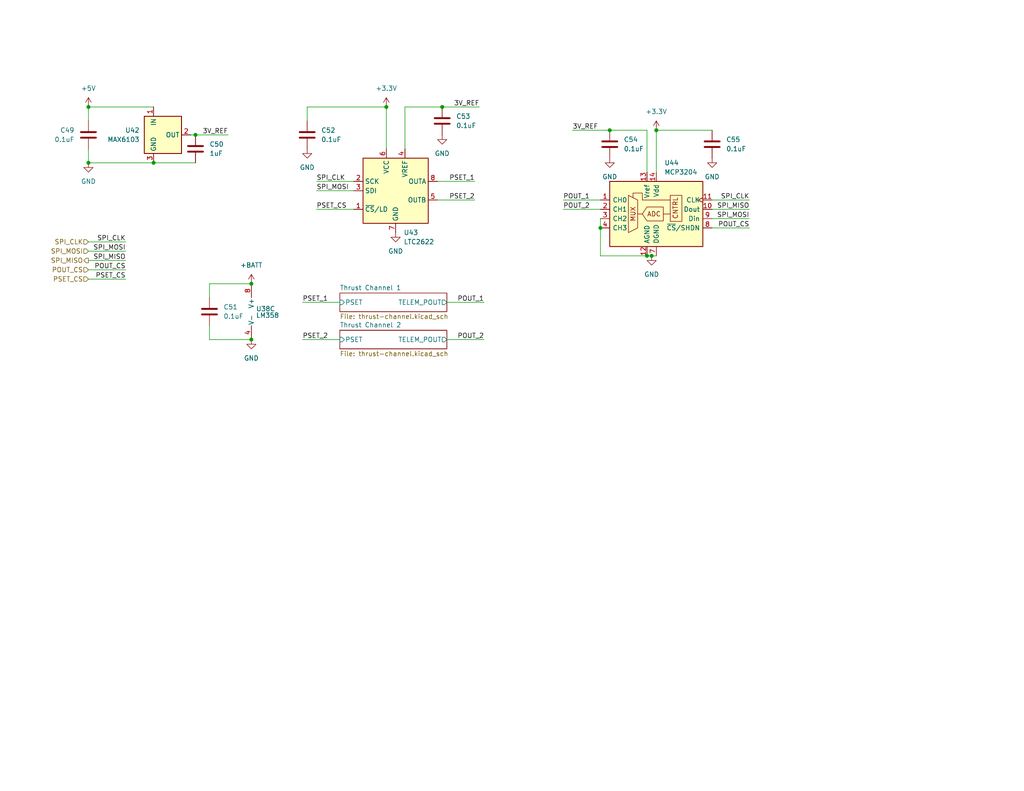
<source format=kicad_sch>
(kicad_sch (version 20231120) (generator "eeschema") (generator_version "8.0")
  (paper "USLetter")
  (lib_symbols
    (symbol "Amplifier_Operational:LM358" (pin_names (offset 0.127))
      (property "Reference" "U" (at 0 5.08 0))
      (property "Value" "LM358" (at 0 -5.08 0))
      (symbol "LM358_1_1"
        (polyline (pts (xy -5.08 5.08) (xy 5.08 0) (xy -5.08 -5.08) (xy -5.08 5.08)) (stroke (width 0.254)) (fill (type background)))
        (pin output line (at 7.62 0 180) (length 2.54) (name "~") (number "1"))
        (pin input line (at -7.62 -2.54 0) (length 2.54) (name "-") (number "2"))
        (pin input line (at -7.62 2.54 0) (length 2.54) (name "+") (number "3"))
      )
      (symbol "LM358_2_1"
        (polyline (pts (xy -5.08 5.08) (xy 5.08 0) (xy -5.08 -5.08) (xy -5.08 5.08)) (stroke (width 0.254)) (fill (type background)))
        (pin input line (at -7.62 2.54 0) (length 2.54) (name "+") (number "5"))
        (pin input line (at -7.62 -2.54 0) (length 2.54) (name "-") (number "6"))
        (pin output line (at 7.62 0 180) (length 2.54) (name "~") (number "7"))
      )
      (symbol "LM358_3_1"
        (pin power_in line (at -2.54 -7.62 90) (length 3.81) (name "V-") (number "4"))
        (pin power_in line (at -2.54 7.62 270) (length 3.81) (name "V+") (number "8"))
      )
    )
    (symbol "Analog_ADC:MCP3204" (pin_names (offset 0.762))
      (property "Reference" "U" (at -5.08 10.795 0))
      (property "Value" "MCP3204" (at -5.08 8.89 0))
      (symbol "MCP3204_0_0"
        (text "ADC" (at -0.635 -1.27 0) (effects (font (size 1.27 1.27))))
        (text "CNTRL" (at 5.969 -2.667 900) (effects (font (size 1.27 1.27)) (justify left bottom)))
        (text "MUX" (at -6.35 -1.27 900) (effects (font (size 1.27 1.27))))
      )
      (symbol "MCP3204_0_1"
        (polyline (pts (xy -5.08 -1.27) (xy -3.81 -1.27)))
        (polyline (pts (xy 1.905 -1.27) (xy 3.81 -1.27)))
        (polyline (pts (xy -7.62 3.81) (xy -7.62 -6.35) (xy -5.08 -5.08) (xy -5.08 2.54) (xy -7.62 3.81)))
        (polyline (pts (xy 3.81 2.54) (xy -3.81 2.54) (xy -3.81 4.445) (xy -6.35 4.445) (xy -6.35 3.175)))
        (polyline (pts (xy -3.81 -1.27) (xy -2.54 0.635) (xy 1.905 0.635) (xy 1.905 -3.175) (xy -2.54 -3.175) (xy -3.81 -1.27)))
        (rectangle (start 3.81 -3.302) (end 6.985 3.81))
        (rectangle (start 12.7 7.62) (end -12.7 -10.16) (stroke (width 0.254)) (fill (type background)))
      )
      (symbol "MCP3204_1_1"
        (pin input line (at -15.24 2.54 0) (length 2.54) (name "CH0") (number "1"))
        (pin output line (at 15.24 0 180) (length 2.54) (name "Dout") (number "10"))
        (pin input clock (at 15.24 2.54 180) (length 2.54) (name "CLK") (number "11"))
        (pin power_in line (at -2.54 -12.7 90) (length 2.54) (name "AGND") (number "12"))
        (pin power_in line (at -2.54 10.16 270) (length 2.54) (name "Vref") (number "13"))
        (pin power_in line (at 0 10.16 270) (length 2.54) (name "Vdd") (number "14"))
        (pin input line (at -15.24 0 0) (length 2.54) (name "CH1") (number "2"))
        (pin input line (at -15.24 -2.54 0) (length 2.54) (name "CH2") (number "3"))
        (pin input line (at -15.24 -5.08 0) (length 2.54) (name "CH3") (number "4"))
        (pin no_connect line (at -10.16 -10.16 90) (length 2.54) hide (name "NC") (number "5"))
        (pin no_connect line (at -7.62 -10.16 90) (length 2.54) hide (name "NC") (number "6"))
        (pin power_in line (at 0 -12.7 90) (length 2.54) (name "DGND") (number "7"))
        (pin input line (at 15.24 -5.08 180) (length 2.54) (name "~{CS}/SHDN") (number "8"))
        (pin input line (at 15.24 -2.54 180) (length 2.54) (name "Din") (number "9"))
      )
    )
    (symbol "Device:C" (pin_numbers hide) (pin_names (offset 0.254))
      (property "Reference" "C" (at 0.635 2.54 0))
      (property "Value" "C" (at 0.635 -2.54 0))
      (symbol "C_0_1"
        (polyline (pts (xy -2.032 -0.762) (xy 2.032 -0.762)) (stroke (width 0.508)))
        (polyline (pts (xy -2.032 0.762) (xy 2.032 0.762)) (stroke (width 0.508)))
      )
      (symbol "C_1_1"
        (pin passive line (at 0 3.81 270) (length 2.794) (name "~") (number "1"))
        (pin passive line (at 0 -3.81 90) (length 2.794) (name "~") (number "2"))
      )
    )
    (symbol "Reference_Voltage:MAX6103"
      (property "Reference" "U" (at 0 6.35 0))
      (property "Value" "MAX6103" (at 2.54 -6.35 0))
      (symbol "MAX6103_0_1"
        (rectangle (start -5.08 5.08) (end 5.08 -5.08) (stroke (width 0.254)) (fill (type background)))
      )
      (symbol "MAX6103_1_1"
        (pin power_in line (at -2.54 7.62 270) (length 2.54) (name "IN") (number "1"))
        (pin power_out line (at 7.62 0 180) (length 2.54) (name "OUT") (number "2"))
        (pin power_in line (at -2.54 -7.62 90) (length 2.54) (name "GND") (number "3"))
      )
    )
    (symbol "femta-control-custom:LTC2622"
      (property "Reference" "U" (at 2.54 -19.05 0))
      (property "Value" "LTC2622" (at 2.54 -21.59 0))
      (symbol "LTC2622_1_1"
        (rectangle (start -8.89 0) (end 8.89 -17.78) (stroke (width 0.254)) (fill (type background)))
        (pin input line (at -11.43 -13.97 0) (length 2.54) (name "~{CS}/LD") (number "1"))
        (pin input line (at -11.43 -6.35 0) (length 2.54) (name "SCK") (number "2"))
        (pin input line (at -11.43 -8.89 0) (length 2.54) (name "SDI") (number "3"))
        (pin input line (at 2.54 2.54 270) (length 2.54) (name "VREF") (number "4"))
        (pin output line (at 11.43 -11.43 180) (length 2.54) (name "OUTB") (number "5"))
        (pin power_in line (at -2.54 2.54 270) (length 2.54) (name "VCC") (number "6"))
        (pin power_in line (at 0 -20.32 90) (length 2.54) (name "GND") (number "7"))
        (pin output line (at 11.43 -6.35 180) (length 2.54) (name "OUTA") (number "8"))
      )
    )
    (symbol "power:+3.3V" (power) (pin_numbers hide) (pin_names (offset 0) hide)
      (property "Value" "+3.3V" (at 0 3.556 0))
      (symbol "+3.3V_0_1"
        (polyline (pts (xy -0.762 1.27) (xy 0 2.54)))
        (polyline (pts (xy 0 0) (xy 0 2.54)))
        (polyline (pts (xy 0 2.54) (xy 0.762 1.27)))
      )
      (symbol "+3.3V_1_1"
        (pin power_in line (at 0 0 90) (length 0) (name "~") (number "1"))
      )
    )
    (symbol "power:+5V" (power) (pin_numbers hide) (pin_names (offset 0) hide)
      (property "Value" "+5V" (at 0 3.556 0))
      (symbol "+5V_0_1"
        (polyline (pts (xy -0.762 1.27) (xy 0 2.54)))
        (polyline (pts (xy 0 0) (xy 0 2.54)))
        (polyline (pts (xy 0 2.54) (xy 0.762 1.27)))
      )
      (symbol "+5V_1_1"
        (pin power_in line (at 0 0 90) (length 0) (name "~") (number "1"))
      )
    )
    (symbol "power:+BATT" (power) (pin_numbers hide) (pin_names (offset 0) hide)
      (property "Value" "+BATT" (at 0 3.556 0))
      (symbol "+BATT_0_1"
        (polyline (pts (xy -0.762 1.27) (xy 0 2.54)))
        (polyline (pts (xy 0 0) (xy 0 2.54)))
        (polyline (pts (xy 0 2.54) (xy 0.762 1.27)))
      )
      (symbol "+BATT_1_1"
        (pin power_in line (at 0 0 90) (length 0) (name "~") (number "1"))
      )
    )
    (symbol "power:GND" (power) (pin_numbers hide) (pin_names (offset 0) hide)
      (property "Value" "GND" (at 0 -3.81 0))
      (symbol "GND_0_1"
        (polyline (pts (xy 0 0) (xy 0 -1.27) (xy 1.27 -1.27) (xy 0 -2.54) (xy -1.27 -1.27) (xy 0 -1.27)))
      )
      (symbol "GND_1_1"
        (pin power_in line (at 0 0 270) (length 0) (name "~") (number "1"))
      )
    )
  )
  (junction (at 163.83 62.23))
  (junction (at 105.41 29.21))
  (junction (at 166.37 35.56))
  (junction (at 24.13 29.21))
  (junction (at 68.58 77.47))
  (junction (at 179.07 35.56))
  (junction (at 53.34 36.83))
  (junction (at 176.53 69.85))
  (junction (at 177.8 69.85))
  (junction (at 68.58 92.71))
  (junction (at 41.91 44.45))
  (junction (at 24.13 44.45))
  (junction (at 120.65 29.21))
  (wire (pts (xy 82.55 92.71) (xy 92.71 92.71)))
  (wire (pts (xy 86.36 57.15) (xy 96.52 57.15)))
  (wire (pts (xy 132.08 92.71) (xy 121.92 92.71)))
  (wire (pts (xy 166.37 35.56) (xy 176.53 35.56)))
  (wire (pts (xy 86.36 52.07) (xy 96.52 52.07)))
  (wire (pts (xy 194.31 59.69) (xy 204.47 59.69)))
  (wire (pts (xy 153.67 54.61) (xy 163.83 54.61)))
  (wire (pts (xy 176.53 69.85) (xy 177.8 69.85)))
  (wire (pts (xy 194.31 62.23) (xy 204.47 62.23)))
  (wire (pts (xy 129.54 54.61) (xy 119.38 54.61)))
  (wire (pts (xy 179.07 35.56) (xy 194.31 35.56)))
  (wire (pts (xy 82.55 82.55) (xy 92.71 82.55)))
  (wire (pts (xy 83.82 29.21) (xy 105.41 29.21)))
  (wire (pts (xy 86.36 49.53) (xy 96.52 49.53)))
  (wire (pts (xy 163.83 59.69) (xy 163.83 62.23)))
  (wire (pts (xy 163.83 69.85) (xy 176.53 69.85)))
  (wire (pts (xy 24.13 73.66) (xy 34.29 73.66)))
  (wire (pts (xy 24.13 40.64) (xy 24.13 44.45)))
  (wire (pts (xy 132.08 82.55) (xy 121.92 82.55)))
  (wire (pts (xy 57.15 92.71) (xy 68.58 92.71)))
  (wire (pts (xy 24.13 29.21) (xy 24.13 33.02)))
  (wire (pts (xy 194.31 57.15) (xy 204.47 57.15)))
  (wire (pts (xy 34.29 76.2) (xy 24.13 76.2)))
  (wire (pts (xy 53.34 36.83) (xy 62.23 36.83)))
  (wire (pts (xy 120.65 29.21) (xy 110.49 29.21)))
  (wire (pts (xy 24.13 68.58) (xy 34.29 68.58)))
  (wire (pts (xy 153.67 57.15) (xy 163.83 57.15)))
  (wire (pts (xy 163.83 62.23) (xy 163.83 69.85)))
  (wire (pts (xy 110.49 29.21) (xy 110.49 40.64)))
  (wire (pts (xy 24.13 71.12) (xy 34.29 71.12)))
  (wire (pts (xy 194.31 54.61) (xy 204.47 54.61)))
  (wire (pts (xy 41.91 44.45) (xy 53.34 44.45)))
  (wire (pts (xy 52.07 36.83) (xy 53.34 36.83)))
  (wire (pts (xy 105.41 29.21) (xy 105.41 40.64)))
  (wire (pts (xy 83.82 29.21) (xy 83.82 33.02)))
  (wire (pts (xy 57.15 77.47) (xy 68.58 77.47)))
  (wire (pts (xy 156.21 35.56) (xy 166.37 35.56)))
  (wire (pts (xy 179.07 35.56) (xy 179.07 46.99)))
  (wire (pts (xy 24.13 44.45) (xy 41.91 44.45)))
  (wire (pts (xy 176.53 35.56) (xy 176.53 46.99)))
  (wire (pts (xy 57.15 81.28) (xy 57.15 77.47)))
  (wire (pts (xy 57.15 88.9) (xy 57.15 92.71)))
  (wire (pts (xy 120.65 29.21) (xy 130.81 29.21)))
  (wire (pts (xy 177.8 69.85) (xy 179.07 69.85)))
  (wire (pts (xy 24.13 66.04) (xy 34.29 66.04)))
  (wire (pts (xy 129.54 49.53) (xy 119.38 49.53)))
  (wire (pts (xy 24.13 29.21) (xy 41.91 29.21)))
  (label "SPI_MOSI" (at 34.29 68.58 180))
  (label "SPI_CLK" (at 86.36 49.53 0))
  (label "POUT_2" (at 132.08 92.71 180))
  (label "PSET_1" (at 129.54 49.53 180))
  (label "PSET_CS" (at 34.29 76.2 180))
  (label "POUT_1" (at 153.67 54.61 0))
  (label "PSET_1" (at 82.55 82.55 0))
  (label "3V_REF" (at 156.21 35.56 0))
  (label "SPI_CLK" (at 34.29 66.04 180))
  (label "SPI_MISO" (at 204.47 57.15 180))
  (label "POUT_CS" (at 204.47 62.23 180))
  (label "3V_REF" (at 130.81 29.21 180))
  (label "SPI_MOSI" (at 204.47 59.69 180))
  (label "PSET_2" (at 129.54 54.61 180))
  (label "POUT_2" (at 153.67 57.15 0))
  (label "SPI_MISO" (at 34.29 71.12 180))
  (label "PSET_CS" (at 86.36 57.15 0))
  (label "3V_REF" (at 62.23 36.83 180))
  (label "PSET_2" (at 82.55 92.71 0))
  (label "SPI_CLK" (at 204.47 54.61 180))
  (label "POUT_CS" (at 34.29 73.66 180))
  (label "SPI_MOSI" (at 86.36 52.07 0))
  (label "POUT_1" (at 132.08 82.55 180))
  (hierarchical_label "POUT_CS" (shape input) (at 24.13 73.66 180))
  (hierarchical_label "SPI_MISO" (shape output) (at 24.13 71.12 180))
  (hierarchical_label "PSET_CS" (shape input) (at 24.13 76.2 180))
  (hierarchical_label "SPI_CLK" (shape input) (at 24.13 66.04 180))
  (hierarchical_label "SPI_MOSI" (shape input) (at 24.13 68.58 180))
  (symbol (lib_id "power:+3.3V") (at 179.07 35.56 0) (unit 1)
    (property "Reference" "#PWR0150" (effects (hide yes)))
    (property "Value" "+3.3V" (at 179.07 30.48 0))
    (property "Description" "Power symbol creates a global label with name \"+3.3V\"" (effects (hide yes)))
    (instances (project "femta-control" (path "" (reference "#PWR0150") (unit 1)) (path "" (reference "#PWR0126") (unit 1))))
  )
  (symbol (lib_id "Device:C") (at 166.37 39.37 0) (unit 1)
    (property "Reference" "C54" (at 170.18 38.0999 0) (effects (justify left)))
    (property "Value" "0.1uF" (at 170.18 40.6399 0) (effects (justify left)))
    (property "Description" "Unpolarized capacitor" (effects (hide yes)))
    (instances (project "femta-control" (path "" (reference "C54") (unit 1)) (path "" (reference "C45") (unit 1))))
  )
  (symbol (lib_id "power:GND") (at 107.95 63.5 0) (unit 1)
    (property "Reference" "#PWR0146" (effects (hide yes)))
    (property "Value" "GND" (at 107.95 68.58 0))
    (property "Description" "Power symbol creates a global label with name \"GND\" , ground" (effects (hide yes)))
    (instances (project "femta-control" (path "" (reference "#PWR0146") (unit 1)) (path "" (reference "#PWR0122") (unit 1))))
  )
  (symbol (lib_id "Device:C") (at 120.65 33.02 0) (unit 1)
    (property "Reference" "C53" (at 124.46 31.7499 0) (effects (justify left)))
    (property "Value" "0.1uF" (at 124.46 34.2899 0) (effects (justify left)))
    (property "Description" "Unpolarized capacitor" (effects (hide yes)))
    (instances (project "femta-control" (path "" (reference "C53") (unit 1)) (path "" (reference "C44") (unit 1))))
  )
  (symbol (lib_id "power:GND") (at 68.58 92.71 0) (unit 1)
    (property "Reference" "#PWR0143" (effects (hide yes)))
    (property "Value" "GND" (at 68.58 97.79 0))
    (property "Description" "Power symbol creates a global label with name \"GND\" , ground" (effects (hide yes)))
    (instances (project "femta-control" (path "" (reference "#PWR0143") (unit 1)) (path "" (reference "#PWR0119") (unit 1))))
  )
  (symbol (lib_id "Reference_Voltage:MAX6103") (at 44.45 36.83 0) (unit 1)
    (property "Reference" "U42" (at 38.1 35.5599 0) (effects (justify right)))
    (property "Value" "MAX6103" (at 38.1 38.0999 0) (effects (justify right)))
    (property "Footprint" "Package_TO_SOT_SMD:SOT-23" (effects (hide yes)))
    (property "Datasheet" "http://datasheets.maximintegrated.com/en/ds/MAX6100-MAX6107.pdf" (effects (hide yes)))
    (property "Description" "Low-dropout high current voltage reference, 3.000V, ±0.4% accuracy, SOT-23" (effects (hide yes)))
    (instances (project "femta-control" (path "" (reference "U42") (unit 1)) (path "" (reference "U34") (unit 1))))
  )
  (symbol (lib_id "power:GND") (at 194.31 43.18 0) (unit 1)
    (property "Reference" "#PWR0151" (effects (hide yes)))
    (property "Value" "GND" (at 194.31 48.26 0))
    (property "Description" "Power symbol creates a global label with name \"GND\" , ground" (effects (hide yes)))
    (instances (project "femta-control" (path "" (reference "#PWR0151") (unit 1)) (path "" (reference "#PWR0127") (unit 1))))
  )
  (symbol (lib_id "power:GND") (at 24.13 44.45 0) (unit 1)
    (property "Reference" "#PWR0141" (effects (hide yes)))
    (property "Value" "GND" (at 24.13 49.53 0))
    (property "Description" "Power symbol creates a global label with name \"GND\" , ground" (effects (hide yes)))
    (instances (project "femta-control" (path "" (reference "#PWR0141") (unit 1)) (path "" (reference "#PWR0117") (unit 1))))
  )
  (symbol (lib_id "power:+5V") (at 24.13 29.21 0) (unit 1)
    (property "Reference" "#PWR0140" (effects (hide yes)))
    (property "Value" "+5V" (at 24.13 24.13 0))
    (property "Description" "Power symbol creates a global label with name \"+5V\"" (effects (hide yes)))
    (instances (project "femta-control" (path "" (reference "#PWR0140") (unit 1)) (path "" (reference "#PWR0116") (unit 1))))
  )
  (symbol (lib_id "power:GND") (at 120.65 36.83 0) (unit 1)
    (property "Reference" "#PWR0147" (effects (hide yes)))
    (property "Value" "GND" (at 120.65 41.91 0))
    (property "Description" "Power symbol creates a global label with name \"GND\" , ground" (effects (hide yes)))
    (instances (project "femta-control" (path "" (reference "#PWR0147") (unit 1)) (path "" (reference "#PWR0123") (unit 1))))
  )
  (symbol (lib_id "Device:C") (at 194.31 39.37 0) (unit 1)
    (property "Reference" "C55" (at 198.12 38.0999 0) (effects (justify left)))
    (property "Value" "0.1uF" (at 198.12 40.6399 0) (effects (justify left)))
    (property "Description" "Unpolarized capacitor" (effects (hide yes)))
    (instances (project "femta-control" (path "" (reference "C55") (unit 1)) (path "" (reference "C46") (unit 1))))
  )
  (symbol (lib_id "Device:C") (at 83.82 36.83 0) (unit 1)
    (property "Reference" "C52" (at 87.63 35.5599 0) (effects (justify left)))
    (property "Value" "0.1uF" (at 87.63 38.0999 0) (effects (justify left)))
    (property "Description" "Unpolarized capacitor" (effects (hide yes)))
    (instances (project "femta-control" (path "" (reference "C52") (unit 1)) (path "" (reference "C43") (unit 1))))
  )
  (symbol (lib_id "Device:C") (at 57.15 85.09 0) (unit 1)
    (property "Reference" "C51" (at 60.96 83.8199 0) (effects (justify left)))
    (property "Value" "0.1uF" (at 60.96 86.3599 0) (effects (justify left)))
    (property "Description" "Unpolarized capacitor" (effects (hide yes)))
    (instances (project "femta-control" (path "" (reference "C51") (unit 1)) (path "" (reference "C42") (unit 1))))
  )
  (symbol (lib_id "femta-control-custom:LTC2622") (at 107.95 43.18 0) (unit 1)
    (property "Reference" "U43" (at 110.1441 63.5 0) (effects (justify left)))
    (property "Value" "LTC2622" (at 110.1441 66.04 0) (effects (justify left)))
    (property "Footprint" "Package_SO:MSOP-8_3x3mm_P0.65mm" (effects (hide yes)))
    (instances (project "femta-control" (path "" (reference "U43") (unit 1)) (path "" (reference "U35") (unit 1))))
  )
  (symbol (lib_id "Device:C") (at 53.34 40.64 0) (unit 1)
    (property "Reference" "C50" (at 57.15 39.3699 0) (effects (justify left)))
    (property "Value" "1uF" (at 57.15 41.9099 0) (effects (justify left)))
    (property "Description" "Unpolarized capacitor" (effects (hide yes)))
    (instances (project "femta-control" (path "" (reference "C50") (unit 1)) (path "" (reference "C41") (unit 1))))
  )
  (symbol (lib_id "Amplifier_Operational:LM358") (at 71.12 85.09 0) (unit 3)
    (property "Reference" "U38" (at 69.85 84.328 0) (effects (justify left)))
    (property "Value" "LM358" (at 69.85 86.106 0) (effects (justify left)))
    (property "Datasheet" "http://www.ti.com/lit/ds/symlink/lm2904-n.pdf" (effects (hide yes)))
    (property "Description" "Low-Power, Dual Operational Amplifiers, DIP-8/SOIC-8/TO-99-8" (effects (hide yes)))
    (instances (project "femta-control" (path "" (reference "U38") (unit 3)) (path "" (reference "U30") (unit 3))))
  )
  (symbol (lib_id "power:GND") (at 166.37 43.18 0) (unit 1)
    (property "Reference" "#PWR0148" (effects (hide yes)))
    (property "Value" "GND" (at 166.37 48.26 0))
    (property "Description" "Power symbol creates a global label with name \"GND\" , ground" (effects (hide yes)))
    (instances (project "femta-control" (path "" (reference "#PWR0148") (unit 1)) (path "" (reference "#PWR0124") (unit 1))))
  )
  (symbol (lib_id "Analog_ADC:MCP3204") (at 179.07 57.15 0) (unit 1)
    (property "Reference" "U44" (at 181.2641 44.45 0) (effects (justify left)))
    (property "Value" "MCP3204" (at 181.2641 46.99 0) (effects (justify left)))
    (property "Footprint" "Package_SO:TSSOP-14_4.4x5mm_P0.65mm" (effects (hide yes)))
    (property "Datasheet" "http://ww1.microchip.com/downloads/en/DeviceDoc/21298c.pdf" (effects (hide yes)))
    (property "Description" "A/D Converter, 12-Bit, 4-Channel, SPI Interface, 2.7V-5.5V" (effects (hide yes)))
    (instances (project "femta-control" (path "" (reference "U44") (unit 1)) (path "" (reference "U36") (unit 1))))
  )
  (symbol (lib_id "power:GND") (at 83.82 40.64 0) (unit 1)
    (property "Reference" "#PWR0144" (effects (hide yes)))
    (property "Value" "GND" (at 83.82 45.72 0))
    (property "Description" "Power symbol creates a global label with name \"GND\" , ground" (effects (hide yes)))
    (instances (project "femta-control" (path "" (reference "#PWR0144") (unit 1)) (path "" (reference "#PWR0120") (unit 1))))
  )
  (symbol (lib_id "power:+BATT") (at 68.58 77.47 0) (unit 1)
    (property "Reference" "#PWR0142" (effects (hide yes)))
    (property "Value" "+BATT" (at 68.58 72.39 0))
    (property "Description" "Power symbol creates a global label with name \"+BATT\"" (effects (hide yes)))
    (instances (project "femta-control" (path "" (reference "#PWR0142") (unit 1)) (path "" (reference "#PWR0118") (unit 1))))
  )
  (symbol (lib_id "power:GND") (at 177.8 69.85 0) (unit 1)
    (property "Reference" "#PWR0149" (effects (hide yes)))
    (property "Value" "GND" (at 177.8 74.93 0))
    (property "Description" "Power symbol creates a global label with name \"GND\" , ground" (effects (hide yes)))
    (instances (project "femta-control" (path "" (reference "#PWR0149") (unit 1)) (path "" (reference "#PWR0125") (unit 1))))
  )
  (symbol (lib_id "Device:C") (at 24.13 36.83 0) (unit 1)
    (property "Reference" "C49" (at 20.32 35.5599 0) (effects (justify right)))
    (property "Value" "0.1uF" (at 20.32 38.0999 0) (effects (justify right)))
    (property "Description" "Unpolarized capacitor" (effects (hide yes)))
    (instances (project "femta-control" (path "" (reference "C49") (unit 1)) (path "" (reference "C40") (unit 1))))
  )
  (symbol (lib_id "power:+3.3V") (at 105.41 29.21 0) (unit 1)
    (property "Reference" "#PWR0145" (effects (hide yes)))
    (property "Value" "+3.3V" (at 105.41 24.13 0))
    (property "Description" "Power symbol creates a global label with name \"+3.3V\"" (effects (hide yes)))
    (instances (project "femta-control" (path "" (reference "#PWR0145") (unit 1)) (path "" (reference "#PWR0121") (unit 1))))
  )
  (sheet (at 92.71 80.01) (size 29.21 5.08) (stroke (width 0.1524))
    (property "Sheetname" "Thrust Channel 1" (at 92.71 79.2984 0) (effects (justify left bottom)))
    (property "Sheetfile" "thrust-channel.kicad_sch" (at 92.71 85.6746 0) (effects (justify left top)))
    (pin "PSET" input (at 92.71 82.55 180))
    (pin "TELEM_POUT" output (at 121.92 82.55 0))
  )
  (sheet (at 92.71 90.17) (size 29.21 5.08) (stroke (width 0.1524))
    (property "Sheetname" "Thrust Channel 2" (at 92.71 89.4584 0) (effects (justify left bottom)))
    (property "Sheetfile" "thrust-channel.kicad_sch" (at 92.71 95.8346 0) (effects (justify left top)))
    (pin "PSET" input (at 92.71 92.71 180))
    (pin "TELEM_POUT" output (at 121.92 92.71 0))
  )
)
</source>
